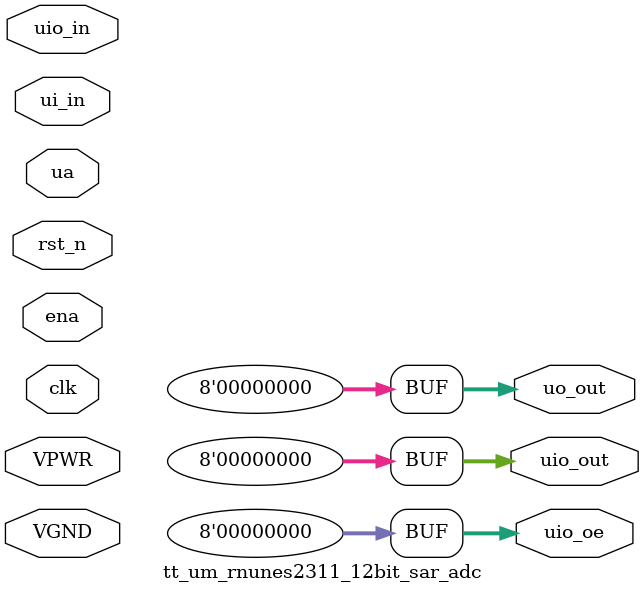
<source format=v>
module tt_um_rnunes2311_12bit_sar_adc(	// file.cleaned.mlir:2:3
  input        VGND,	// file.cleaned.mlir:2:48
               VPWR,	// file.cleaned.mlir:2:63
  input  [7:0] ui_in,	// file.cleaned.mlir:2:78
               uio_in,	// file.cleaned.mlir:2:94
  inout  [7:0] ua,	// file.cleaned.mlir:2:114
  input        ena,	// file.cleaned.mlir:2:127
               clk,	// file.cleaned.mlir:2:141
               rst_n,	// file.cleaned.mlir:2:155
  output [7:0] uo_out,	// file.cleaned.mlir:2:172
               uio_out,	// file.cleaned.mlir:2:189
               uio_oe	// file.cleaned.mlir:2:207
);

  assign uo_out = 8'h0;	// file.cleaned.mlir:3:14, :4:5
  assign uio_out = 8'h0;	// file.cleaned.mlir:3:14, :4:5
  assign uio_oe = 8'h0;	// file.cleaned.mlir:3:14, :4:5
endmodule


</source>
